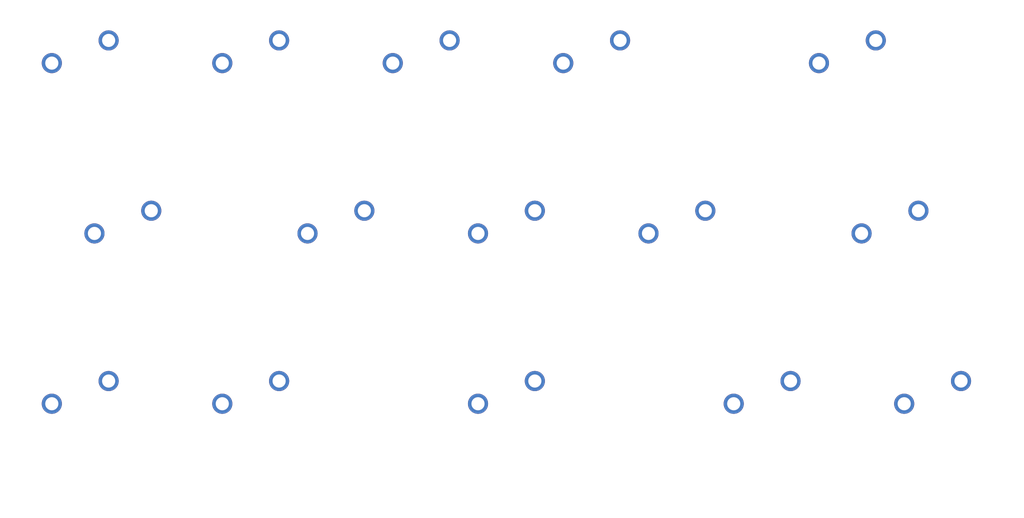
<source format=kicad_pcb>
(kicad_pcb (version 20221018) (generator pcbnew)
  (layers (0 "F.Cu" signal) (31 "B.Cu" signal) (34 "B.Paste" user) (35 "F.Paste" user) (36 "B.SilkS" user "B.Silkscreen") (37 "F.SilkS" user "F.Silkscreen") (38 "B.Mask" user) (39 "F.Mask" user) (44 "Edge.Cuts" user))
  (net 0 "")
  (footprint "MX_Only:MXOnly-1.5U-NoLED" (layer "F.Cu") (at 179.3875 100.0125)
    (fp_text reference "MX10")
    (fp_text value "MX-NoLED")
    (pad "" np_thru_hole circle (at -5.08 0 48.0996) (size 1.75 1.75) (drill 1.75) (layers "*.Cu" "*.Mask"))
    (pad "" np_thru_hole circle (at 0 0) (size 3.9878 3.9878) (drill 3.9878) (layers "*.Cu" "*.Mask"))
    (pad "" np_thru_hole circle (at 5.08 0 48.0996) (size 1.75 1.75) (drill 1.75) (layers "*.Cu" "*.Mask"))
    (pad "1" thru_hole circle (at -3.81 -2.54) (size 2.25 2.25) (drill 1.47) (layers "*.Cu" "B.Mask"))
    (pad "2" thru_hole circle (at 2.54 -5.08) (size 2.25 2.25) (drill 1.47) (layers "*.Cu" "B.Mask"))
  )
  (footprint "MX_Only:MXOnly-1U-NoLED" (layer "F.Cu") (at 117.475 100.0125)
    (fp_text reference "MX7")
    (fp_text value "MX-NoLED")
    (pad "" np_thru_hole circle (at -5.08 0 48.0996) (size 1.75 1.75) (drill 1.75) (layers "*.Cu" "*.Mask"))
    (pad "" np_thru_hole circle (at 0 0) (size 3.9878 3.9878) (drill 3.9878) (layers "*.Cu" "*.Mask"))
    (pad "" np_thru_hole circle (at 5.08 0 48.0996) (size 1.75 1.75) (drill 1.75) (layers "*.Cu" "*.Mask"))
    (pad "1" thru_hole circle (at -3.81 -2.54) (size 2.25 2.25) (drill 1.47) (layers "*.Cu" "B.Mask"))
    (pad "2" thru_hole circle (at 2.54 -5.08) (size 2.25 2.25) (drill 1.47) (layers "*.Cu" "B.Mask"))
  )
  (footprint "MX_Only:MXOnly-1U-NoLED" (layer "F.Cu") (at 146.05 80.9625)
    (fp_text reference "MX4")
    (fp_text value "MX-NoLED")
    (pad "" np_thru_hole circle (at -5.08 0 48.0996) (size 1.75 1.75) (drill 1.75) (layers "*.Cu" "*.Mask"))
    (pad "" np_thru_hole circle (at 0 0) (size 3.9878 3.9878) (drill 3.9878) (layers "*.Cu" "*.Mask"))
    (pad "" np_thru_hole circle (at 5.08 0 48.0996) (size 1.75 1.75) (drill 1.75) (layers "*.Cu" "*.Mask"))
    (pad "1" thru_hole circle (at -3.81 -2.54) (size 2.25 2.25) (drill 1.47) (layers "*.Cu" "B.Mask"))
    (pad "2" thru_hole circle (at 2.54 -5.08) (size 2.25 2.25) (drill 1.47) (layers "*.Cu" "B.Mask"))
  )
  (footprint "MX_Only:MXOnly-1U-NoLED" (layer "F.Cu") (at 88.9 119.0625)
    (fp_text reference "MX11")
    (fp_text value "MX-NoLED")
    (pad "" np_thru_hole circle (at -5.08 0 48.0996) (size 1.75 1.75) (drill 1.75) (layers "*.Cu" "*.Mask"))
    (pad "" np_thru_hole circle (at 0 0) (size 3.9878 3.9878) (drill 3.9878) (layers "*.Cu" "*.Mask"))
    (pad "" np_thru_hole circle (at 5.08 0 48.0996) (size 1.75 1.75) (drill 1.75) (layers "*.Cu" "*.Mask"))
    (pad "1" thru_hole circle (at -3.81 -2.54) (size 2.25 2.25) (drill 1.47) (layers "*.Cu" "B.Mask"))
    (pad "2" thru_hole circle (at 2.54 -5.08) (size 2.25 2.25) (drill 1.47) (layers "*.Cu" "B.Mask"))
  )
  (footprint "MX_Only:MXOnly-2U-NoLED" (layer "F.Cu") (at 174.625 80.9625)
    (fp_text reference "MX5")
    (fp_text value "MX-NoLED")
    (pad "" np_thru_hole circle (at -11.90625 -6.985) (size 3.048 3.048) (drill 3.048) (layers "*.Cu" "*.Mask"))
    (pad "" np_thru_hole circle (at -11.90625 8.255) (size 3.9878 3.9878) (drill 3.9878) (layers "*.Cu" "*.Mask"))
    (pad "" np_thru_hole circle (at -5.08 0 48.0996) (size 1.75 1.75) (drill 1.75) (layers "*.Cu" "*.Mask"))
    (pad "" np_thru_hole circle (at 0 0) (size 3.9878 3.9878) (drill 3.9878) (layers "*.Cu" "*.Mask"))
    (pad "" np_thru_hole circle (at 5.08 0 48.0996) (size 1.75 1.75) (drill 1.75) (layers "*.Cu" "*.Mask"))
    (pad "" np_thru_hole circle (at 11.90625 -6.985) (size 3.048 3.048) (drill 3.048) (layers "*.Cu" "*.Mask"))
    (pad "" np_thru_hole circle (at 11.90625 8.255) (size 3.9878 3.9878) (drill 3.9878) (layers "*.Cu" "*.Mask"))
    (pad "1" thru_hole circle (at -3.81 -2.54) (size 2.25 2.25) (drill 1.47) (layers "*.Cu" "B.Mask"))
    (pad "2" thru_hole circle (at 2.54 -5.08) (size 2.25 2.25) (drill 1.47) (layers "*.Cu" "B.Mask"))
  )
  (footprint "MX_Only:MXOnly-1U-NoLED" (layer "F.Cu") (at 107.95 80.9625)
    (fp_text reference "MX2")
    (fp_text value "MX-NoLED")
    (pad "" np_thru_hole circle (at -5.08 0 48.0996) (size 1.75 1.75) (drill 1.75) (layers "*.Cu" "*.Mask"))
    (pad "" np_thru_hole circle (at 0 0) (size 3.9878 3.9878) (drill 3.9878) (layers "*.Cu" "*.Mask"))
    (pad "" np_thru_hole circle (at 5.08 0 48.0996) (size 1.75 1.75) (drill 1.75) (layers "*.Cu" "*.Mask"))
    (pad "1" thru_hole circle (at -3.81 -2.54) (size 2.25 2.25) (drill 1.47) (layers "*.Cu" "B.Mask"))
    (pad "2" thru_hole circle (at 2.54 -5.08) (size 2.25 2.25) (drill 1.47) (layers "*.Cu" "B.Mask"))
  )
  (footprint "MX_Only:MXOnly-1U-NoLED" (layer "F.Cu") (at 165.1 119.0625)
    (fp_text reference "MX14")
    (fp_text value "MX-NoLED")
    (pad "" np_thru_hole circle (at -5.08 0 48.0996) (size 1.75 1.75) (drill 1.75) (layers "*.Cu" "*.Mask"))
    (pad "" np_thru_hole circle (at 0 0) (size 3.9878 3.9878) (drill 3.9878) (layers "*.Cu" "*.Mask"))
    (pad "" np_thru_hole circle (at 5.08 0 48.0996) (size 1.75 1.75) (drill 1.75) (layers "*.Cu" "*.Mask"))
    (pad "1" thru_hole circle (at -3.81 -2.54) (size 2.25 2.25) (drill 1.47) (layers "*.Cu" "B.Mask"))
    (pad "2" thru_hole circle (at 2.54 -5.08) (size 2.25 2.25) (drill 1.47) (layers "*.Cu" "B.Mask"))
  )
  (footprint "MX_Only:MXOnly-1U-NoLED" (layer "F.Cu") (at 136.525 100.0125)
    (fp_text reference "MX8")
    (fp_text value "MX-NoLED")
    (pad "" np_thru_hole circle (at -5.08 0 48.0996) (size 1.75 1.75) (drill 1.75) (layers "*.Cu" "*.Mask"))
    (pad "" np_thru_hole circle (at 0 0) (size 3.9878 3.9878) (drill 3.9878) (layers "*.Cu" "*.Mask"))
    (pad "" np_thru_hole circle (at 5.08 0 48.0996) (size 1.75 1.75) (drill 1.75) (layers "*.Cu" "*.Mask"))
    (pad "1" thru_hole circle (at -3.81 -2.54) (size 2.25 2.25) (drill 1.47) (layers "*.Cu" "B.Mask"))
    (pad "2" thru_hole circle (at 2.54 -5.08) (size 2.25 2.25) (drill 1.47) (layers "*.Cu" "B.Mask"))
  )
  (footprint "MX_Only:MXOnly-1U-NoLED" (layer "F.Cu") (at 127 80.9625)
    (fp_text reference "MX3")
    (fp_text value "MX-NoLED")
    (pad "" np_thru_hole circle (at -5.08 0 48.0996) (size 1.75 1.75) (drill 1.75) (layers "*.Cu" "*.Mask"))
    (pad "" np_thru_hole circle (at 0 0) (size 3.9878 3.9878) (drill 3.9878) (layers "*.Cu" "*.Mask"))
    (pad "" np_thru_hole circle (at 5.08 0 48.0996) (size 1.75 1.75) (drill 1.75) (layers "*.Cu" "*.Mask"))
    (pad "1" thru_hole circle (at -3.81 -2.54) (size 2.25 2.25) (drill 1.47) (layers "*.Cu" "B.Mask"))
    (pad "2" thru_hole circle (at 2.54 -5.08) (size 2.25 2.25) (drill 1.47) (layers "*.Cu" "B.Mask"))
  )
  (footprint "MX_Only:MXOnly-1U-NoLED" (layer "F.Cu") (at 88.9 80.9625)
    (fp_text reference "MX1")
    (fp_text value "MX-NoLED")
    (pad "" np_thru_hole circle (at -5.08 0 48.0996) (size 1.75 1.75) (drill 1.75) (layers "*.Cu" "*.Mask"))
    (pad "" np_thru_hole circle (at 0 0) (size 3.9878 3.9878) (drill 3.9878) (layers "*.Cu" "*.Mask"))
    (pad "" np_thru_hole circle (at 5.08 0 48.0996) (size 1.75 1.75) (drill 1.75) (layers "*.Cu" "*.Mask"))
    (pad "1" thru_hole circle (at -3.81 -2.54) (size 2.25 2.25) (drill 1.47) (layers "*.Cu" "B.Mask"))
    (pad "2" thru_hole circle (at 2.54 -5.08) (size 2.25 2.25) (drill 1.47) (layers "*.Cu" "B.Mask"))
  )
  (footprint "MX_Only:MXOnly-1U-NoLED" (layer "F.Cu") (at 107.95 119.0625)
    (fp_text reference "MX12")
    (fp_text value "MX-NoLED")
    (pad "" np_thru_hole circle (at -5.08 0 48.0996) (size 1.75 1.75) (drill 1.75) (layers "*.Cu" "*.Mask"))
    (pad "" np_thru_hole circle (at 0 0) (size 3.9878 3.9878) (drill 3.9878) (layers "*.Cu" "*.Mask"))
    (pad "" np_thru_hole circle (at 5.08 0 48.0996) (size 1.75 1.75) (drill 1.75) (layers "*.Cu" "*.Mask"))
    (pad "1" thru_hole circle (at -3.81 -2.54) (size 2.25 2.25) (drill 1.47) (layers "*.Cu" "B.Mask"))
    (pad "2" thru_hole circle (at 2.54 -5.08) (size 2.25 2.25) (drill 1.47) (layers "*.Cu" "B.Mask"))
  )
  (footprint "MX_Only:MXOnly-1U-NoLED" (layer "F.Cu") (at 155.575 100.0125)
    (fp_text reference "MX9")
    (fp_text value "MX-NoLED")
    (pad "" np_thru_hole circle (at -5.08 0 48.0996) (size 1.75 1.75) (drill 1.75) (layers "*.Cu" "*.Mask"))
    (pad "" np_thru_hole circle (at 0 0) (size 3.9878 3.9878) (drill 3.9878) (layers "*.Cu" "*.Mask"))
    (pad "" np_thru_hole circle (at 5.08 0 48.0996) (size 1.75 1.75) (drill 1.75) (layers "*.Cu" "*.Mask"))
    (pad "1" thru_hole circle (at -3.81 -2.54) (size 2.25 2.25) (drill 1.47) (layers "*.Cu" "B.Mask"))
    (pad "2" thru_hole circle (at 2.54 -5.08) (size 2.25 2.25) (drill 1.47) (layers "*.Cu" "B.Mask"))
  )
  (footprint "MX_Only:MXOnly-2U-NoLED" (layer "F.Cu") (at 136.525 119.0625)
    (fp_text reference "MX13")
    (fp_text value "MX-NoLED")
    (pad "" np_thru_hole circle (at -11.90625 -6.985) (size 3.048 3.048) (drill 3.048) (layers "*.Cu" "*.Mask"))
    (pad "" np_thru_hole circle (at -11.90625 8.255) (size 3.9878 3.9878) (drill 3.9878) (layers "*.Cu" "*.Mask"))
    (pad "" np_thru_hole circle (at -5.08 0 48.0996) (size 1.75 1.75) (drill 1.75) (layers "*.Cu" "*.Mask"))
    (pad "" np_thru_hole circle (at 0 0) (size 3.9878 3.9878) (drill 3.9878) (layers "*.Cu" "*.Mask"))
    (pad "" np_thru_hole circle (at 5.08 0 48.0996) (size 1.75 1.75) (drill 1.75) (layers "*.Cu" "*.Mask"))
    (pad "" np_thru_hole circle (at 11.90625 -6.985) (size 3.048 3.048) (drill 3.048) (layers "*.Cu" "*.Mask"))
    (pad "" np_thru_hole circle (at 11.90625 8.255) (size 3.9878 3.9878) (drill 3.9878) (layers "*.Cu" "*.Mask"))
    (pad "1" thru_hole circle (at -3.81 -2.54) (size 2.25 2.25) (drill 1.47) (layers "*.Cu" "B.Mask"))
    (pad "2" thru_hole circle (at 2.54 -5.08) (size 2.25 2.25) (drill 1.47) (layers "*.Cu" "B.Mask"))
  )
  (footprint "MX_Only:MXOnly-1.5U-NoLED" (layer "F.Cu") (at 93.6625 100.0125)
    (fp_text reference "MX6")
    (fp_text value "MX-NoLED")
    (pad "" np_thru_hole circle (at -5.08 0 48.0996) (size 1.75 1.75) (drill 1.75) (layers "*.Cu" "*.Mask"))
    (pad "" np_thru_hole circle (at 0 0) (size 3.9878 3.9878) (drill 3.9878) (layers "*.Cu" "*.Mask"))
    (pad "" np_thru_hole circle (at 5.08 0 48.0996) (size 1.75 1.75) (drill 1.75) (layers "*.Cu" "*.Mask"))
    (pad "1" thru_hole circle (at -3.81 -2.54) (size 2.25 2.25) (drill 1.47) (layers "*.Cu" "B.Mask"))
    (pad "2" thru_hole circle (at 2.54 -5.08) (size 2.25 2.25) (drill 1.47) (layers "*.Cu" "B.Mask"))
  )
  (footprint "MX_Only:MXOnly-1U-NoLED" (layer "F.Cu") (at 184.15 119.0625)
    (fp_text reference "MX15")
    (fp_text value "MX-NoLED")
    (pad "" np_thru_hole circle (at -5.08 0 48.0996) (size 1.75 1.75) (drill 1.75) (layers "*.Cu" "*.Mask"))
    (pad "" np_thru_hole circle (at 0 0) (size 3.9878 3.9878) (drill 3.9878) (layers "*.Cu" "*.Mask"))
    (pad "" np_thru_hole circle (at 5.08 0 48.0996) (size 1.75 1.75) (drill 1.75) (layers "*.Cu" "*.Mask"))
    (pad "1" thru_hole circle (at -3.81 -2.54) (size 2.25 2.25) (drill 1.47) (layers "*.Cu" "B.Mask"))
    (pad "2" thru_hole circle (at 2.54 -5.08) (size 2.25 2.25) (drill 1.47) (layers "*.Cu" "B.Mask"))
  )
)
</source>
